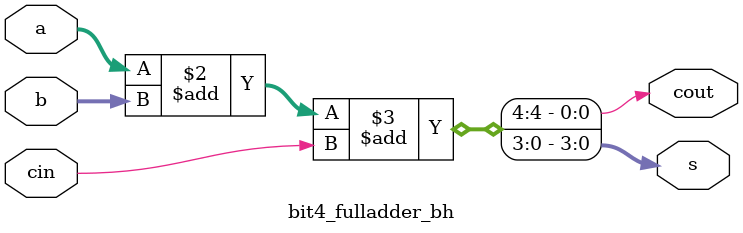
<source format=v>
module bit4_fulladder_bh (s, cout, a, b, cin);
    
    input   [3:0]a, b;
    input   cin;

    output reg [3:0]s;
    output reg cout;

    always@(a,b,cin)
           {cout, s} = a + b + cin; 
endmodule
</source>
